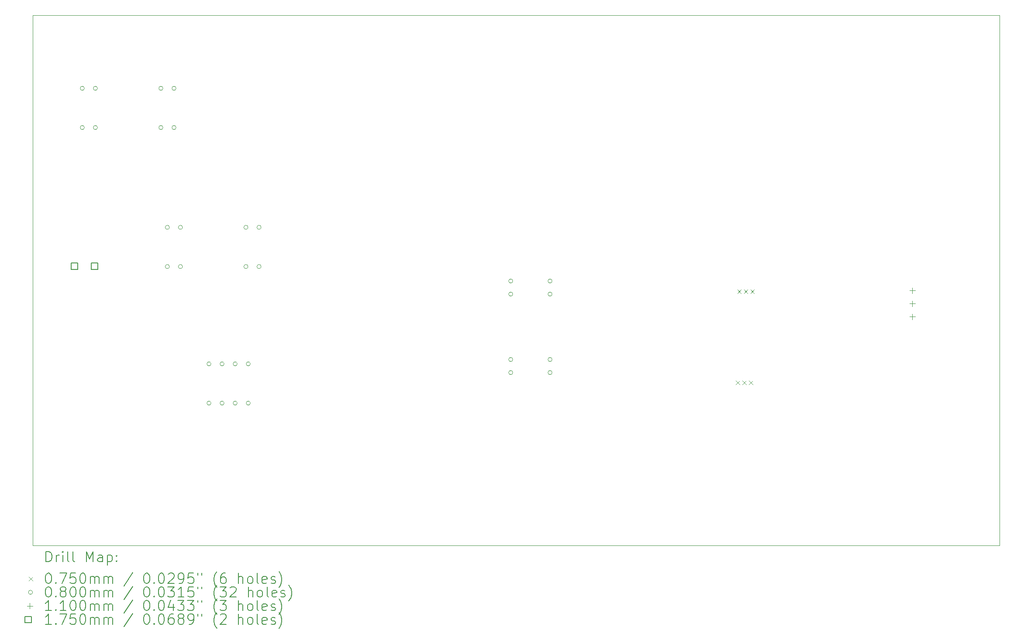
<source format=gbr>
%TF.GenerationSoftware,KiCad,Pcbnew,8.0.8*%
%TF.CreationDate,2026-01-13T22:52:51+05:30*%
%TF.ProjectId,pre audio amplifier,70726520-6175-4646-996f-20616d706c69,rev?*%
%TF.SameCoordinates,Original*%
%TF.FileFunction,Drillmap*%
%TF.FilePolarity,Positive*%
%FSLAX45Y45*%
G04 Gerber Fmt 4.5, Leading zero omitted, Abs format (unit mm)*
G04 Created by KiCad (PCBNEW 8.0.8) date 2026-01-13 22:52:51*
%MOMM*%
%LPD*%
G01*
G04 APERTURE LIST*
%ADD10C,0.050000*%
%ADD11C,0.200000*%
%ADD12C,0.100000*%
%ADD13C,0.110000*%
%ADD14C,0.175000*%
G04 APERTURE END LIST*
D10*
X1850000Y-4350000D02*
X20600000Y-4350000D01*
X20600000Y-14650000D01*
X1850000Y-14650000D01*
X1850000Y-4350000D01*
D11*
D12*
X15485500Y-11448500D02*
X15560500Y-11523500D01*
X15560500Y-11448500D02*
X15485500Y-11523500D01*
X15512500Y-9676500D02*
X15587500Y-9751500D01*
X15587500Y-9676500D02*
X15512500Y-9751500D01*
X15612500Y-11448500D02*
X15687500Y-11523500D01*
X15687500Y-11448500D02*
X15612500Y-11523500D01*
X15639500Y-9676500D02*
X15714500Y-9751500D01*
X15714500Y-9676500D02*
X15639500Y-9751500D01*
X15739500Y-11448500D02*
X15814500Y-11523500D01*
X15814500Y-11448500D02*
X15739500Y-11523500D01*
X15766500Y-9676500D02*
X15841500Y-9751500D01*
X15841500Y-9676500D02*
X15766500Y-9751500D01*
X2851000Y-5769000D02*
G75*
G02*
X2771000Y-5769000I-40000J0D01*
G01*
X2771000Y-5769000D02*
G75*
G02*
X2851000Y-5769000I40000J0D01*
G01*
X2851000Y-6531000D02*
G75*
G02*
X2771000Y-6531000I-40000J0D01*
G01*
X2771000Y-6531000D02*
G75*
G02*
X2851000Y-6531000I40000J0D01*
G01*
X3105000Y-5769000D02*
G75*
G02*
X3025000Y-5769000I-40000J0D01*
G01*
X3025000Y-5769000D02*
G75*
G02*
X3105000Y-5769000I40000J0D01*
G01*
X3105000Y-6531000D02*
G75*
G02*
X3025000Y-6531000I-40000J0D01*
G01*
X3025000Y-6531000D02*
G75*
G02*
X3105000Y-6531000I40000J0D01*
G01*
X4375000Y-5769000D02*
G75*
G02*
X4295000Y-5769000I-40000J0D01*
G01*
X4295000Y-5769000D02*
G75*
G02*
X4375000Y-5769000I40000J0D01*
G01*
X4375000Y-6531000D02*
G75*
G02*
X4295000Y-6531000I-40000J0D01*
G01*
X4295000Y-6531000D02*
G75*
G02*
X4375000Y-6531000I40000J0D01*
G01*
X4501000Y-8469000D02*
G75*
G02*
X4421000Y-8469000I-40000J0D01*
G01*
X4421000Y-8469000D02*
G75*
G02*
X4501000Y-8469000I40000J0D01*
G01*
X4501000Y-9231000D02*
G75*
G02*
X4421000Y-9231000I-40000J0D01*
G01*
X4421000Y-9231000D02*
G75*
G02*
X4501000Y-9231000I40000J0D01*
G01*
X4629000Y-5769000D02*
G75*
G02*
X4549000Y-5769000I-40000J0D01*
G01*
X4549000Y-5769000D02*
G75*
G02*
X4629000Y-5769000I40000J0D01*
G01*
X4629000Y-6531000D02*
G75*
G02*
X4549000Y-6531000I-40000J0D01*
G01*
X4549000Y-6531000D02*
G75*
G02*
X4629000Y-6531000I40000J0D01*
G01*
X4755000Y-8469000D02*
G75*
G02*
X4675000Y-8469000I-40000J0D01*
G01*
X4675000Y-8469000D02*
G75*
G02*
X4755000Y-8469000I40000J0D01*
G01*
X4755000Y-9231000D02*
G75*
G02*
X4675000Y-9231000I-40000J0D01*
G01*
X4675000Y-9231000D02*
G75*
G02*
X4755000Y-9231000I40000J0D01*
G01*
X5308000Y-11120000D02*
G75*
G02*
X5228000Y-11120000I-40000J0D01*
G01*
X5228000Y-11120000D02*
G75*
G02*
X5308000Y-11120000I40000J0D01*
G01*
X5308000Y-11882000D02*
G75*
G02*
X5228000Y-11882000I-40000J0D01*
G01*
X5228000Y-11882000D02*
G75*
G02*
X5308000Y-11882000I40000J0D01*
G01*
X5562000Y-11120000D02*
G75*
G02*
X5482000Y-11120000I-40000J0D01*
G01*
X5482000Y-11120000D02*
G75*
G02*
X5562000Y-11120000I40000J0D01*
G01*
X5562000Y-11882000D02*
G75*
G02*
X5482000Y-11882000I-40000J0D01*
G01*
X5482000Y-11882000D02*
G75*
G02*
X5562000Y-11882000I40000J0D01*
G01*
X5816000Y-11120000D02*
G75*
G02*
X5736000Y-11120000I-40000J0D01*
G01*
X5736000Y-11120000D02*
G75*
G02*
X5816000Y-11120000I40000J0D01*
G01*
X5816000Y-11882000D02*
G75*
G02*
X5736000Y-11882000I-40000J0D01*
G01*
X5736000Y-11882000D02*
G75*
G02*
X5816000Y-11882000I40000J0D01*
G01*
X6025000Y-8469000D02*
G75*
G02*
X5945000Y-8469000I-40000J0D01*
G01*
X5945000Y-8469000D02*
G75*
G02*
X6025000Y-8469000I40000J0D01*
G01*
X6025000Y-9231000D02*
G75*
G02*
X5945000Y-9231000I-40000J0D01*
G01*
X5945000Y-9231000D02*
G75*
G02*
X6025000Y-9231000I40000J0D01*
G01*
X6070000Y-11120000D02*
G75*
G02*
X5990000Y-11120000I-40000J0D01*
G01*
X5990000Y-11120000D02*
G75*
G02*
X6070000Y-11120000I40000J0D01*
G01*
X6070000Y-11882000D02*
G75*
G02*
X5990000Y-11882000I-40000J0D01*
G01*
X5990000Y-11882000D02*
G75*
G02*
X6070000Y-11882000I40000J0D01*
G01*
X6279000Y-8469000D02*
G75*
G02*
X6199000Y-8469000I-40000J0D01*
G01*
X6199000Y-8469000D02*
G75*
G02*
X6279000Y-8469000I40000J0D01*
G01*
X6279000Y-9231000D02*
G75*
G02*
X6199000Y-9231000I-40000J0D01*
G01*
X6199000Y-9231000D02*
G75*
G02*
X6279000Y-9231000I40000J0D01*
G01*
X11159500Y-9511000D02*
G75*
G02*
X11079500Y-9511000I-40000J0D01*
G01*
X11079500Y-9511000D02*
G75*
G02*
X11159500Y-9511000I40000J0D01*
G01*
X11159500Y-9765000D02*
G75*
G02*
X11079500Y-9765000I-40000J0D01*
G01*
X11079500Y-9765000D02*
G75*
G02*
X11159500Y-9765000I40000J0D01*
G01*
X11159500Y-11035000D02*
G75*
G02*
X11079500Y-11035000I-40000J0D01*
G01*
X11079500Y-11035000D02*
G75*
G02*
X11159500Y-11035000I40000J0D01*
G01*
X11159500Y-11289000D02*
G75*
G02*
X11079500Y-11289000I-40000J0D01*
G01*
X11079500Y-11289000D02*
G75*
G02*
X11159500Y-11289000I40000J0D01*
G01*
X11921500Y-9511000D02*
G75*
G02*
X11841500Y-9511000I-40000J0D01*
G01*
X11841500Y-9511000D02*
G75*
G02*
X11921500Y-9511000I40000J0D01*
G01*
X11921500Y-9765000D02*
G75*
G02*
X11841500Y-9765000I-40000J0D01*
G01*
X11841500Y-9765000D02*
G75*
G02*
X11921500Y-9765000I40000J0D01*
G01*
X11921500Y-11035000D02*
G75*
G02*
X11841500Y-11035000I-40000J0D01*
G01*
X11841500Y-11035000D02*
G75*
G02*
X11921500Y-11035000I40000J0D01*
G01*
X11921500Y-11289000D02*
G75*
G02*
X11841500Y-11289000I-40000J0D01*
G01*
X11841500Y-11289000D02*
G75*
G02*
X11921500Y-11289000I40000J0D01*
G01*
D13*
X18905500Y-9641000D02*
X18905500Y-9751000D01*
X18850500Y-9696000D02*
X18960500Y-9696000D01*
X18905500Y-9895000D02*
X18905500Y-10005000D01*
X18850500Y-9950000D02*
X18960500Y-9950000D01*
X18905500Y-10149000D02*
X18905500Y-10259000D01*
X18850500Y-10204000D02*
X18960500Y-10204000D01*
D14*
X2721122Y-9286872D02*
X2721122Y-9163128D01*
X2597378Y-9163128D01*
X2597378Y-9286872D01*
X2721122Y-9286872D01*
X3109122Y-9286872D02*
X3109122Y-9163128D01*
X2985378Y-9163128D01*
X2985378Y-9286872D01*
X3109122Y-9286872D01*
D11*
X2108277Y-14963984D02*
X2108277Y-14763984D01*
X2108277Y-14763984D02*
X2155896Y-14763984D01*
X2155896Y-14763984D02*
X2184467Y-14773508D01*
X2184467Y-14773508D02*
X2203515Y-14792555D01*
X2203515Y-14792555D02*
X2213039Y-14811603D01*
X2213039Y-14811603D02*
X2222563Y-14849698D01*
X2222563Y-14849698D02*
X2222563Y-14878269D01*
X2222563Y-14878269D02*
X2213039Y-14916365D01*
X2213039Y-14916365D02*
X2203515Y-14935412D01*
X2203515Y-14935412D02*
X2184467Y-14954460D01*
X2184467Y-14954460D02*
X2155896Y-14963984D01*
X2155896Y-14963984D02*
X2108277Y-14963984D01*
X2308277Y-14963984D02*
X2308277Y-14830650D01*
X2308277Y-14868746D02*
X2317801Y-14849698D01*
X2317801Y-14849698D02*
X2327324Y-14840174D01*
X2327324Y-14840174D02*
X2346372Y-14830650D01*
X2346372Y-14830650D02*
X2365420Y-14830650D01*
X2432086Y-14963984D02*
X2432086Y-14830650D01*
X2432086Y-14763984D02*
X2422563Y-14773508D01*
X2422563Y-14773508D02*
X2432086Y-14783031D01*
X2432086Y-14783031D02*
X2441610Y-14773508D01*
X2441610Y-14773508D02*
X2432086Y-14763984D01*
X2432086Y-14763984D02*
X2432086Y-14783031D01*
X2555896Y-14963984D02*
X2536848Y-14954460D01*
X2536848Y-14954460D02*
X2527324Y-14935412D01*
X2527324Y-14935412D02*
X2527324Y-14763984D01*
X2660658Y-14963984D02*
X2641610Y-14954460D01*
X2641610Y-14954460D02*
X2632086Y-14935412D01*
X2632086Y-14935412D02*
X2632086Y-14763984D01*
X2889229Y-14963984D02*
X2889229Y-14763984D01*
X2889229Y-14763984D02*
X2955896Y-14906841D01*
X2955896Y-14906841D02*
X3022562Y-14763984D01*
X3022562Y-14763984D02*
X3022562Y-14963984D01*
X3203515Y-14963984D02*
X3203515Y-14859222D01*
X3203515Y-14859222D02*
X3193991Y-14840174D01*
X3193991Y-14840174D02*
X3174943Y-14830650D01*
X3174943Y-14830650D02*
X3136848Y-14830650D01*
X3136848Y-14830650D02*
X3117801Y-14840174D01*
X3203515Y-14954460D02*
X3184467Y-14963984D01*
X3184467Y-14963984D02*
X3136848Y-14963984D01*
X3136848Y-14963984D02*
X3117801Y-14954460D01*
X3117801Y-14954460D02*
X3108277Y-14935412D01*
X3108277Y-14935412D02*
X3108277Y-14916365D01*
X3108277Y-14916365D02*
X3117801Y-14897317D01*
X3117801Y-14897317D02*
X3136848Y-14887793D01*
X3136848Y-14887793D02*
X3184467Y-14887793D01*
X3184467Y-14887793D02*
X3203515Y-14878269D01*
X3298753Y-14830650D02*
X3298753Y-15030650D01*
X3298753Y-14840174D02*
X3317801Y-14830650D01*
X3317801Y-14830650D02*
X3355896Y-14830650D01*
X3355896Y-14830650D02*
X3374943Y-14840174D01*
X3374943Y-14840174D02*
X3384467Y-14849698D01*
X3384467Y-14849698D02*
X3393991Y-14868746D01*
X3393991Y-14868746D02*
X3393991Y-14925888D01*
X3393991Y-14925888D02*
X3384467Y-14944936D01*
X3384467Y-14944936D02*
X3374943Y-14954460D01*
X3374943Y-14954460D02*
X3355896Y-14963984D01*
X3355896Y-14963984D02*
X3317801Y-14963984D01*
X3317801Y-14963984D02*
X3298753Y-14954460D01*
X3479705Y-14944936D02*
X3489229Y-14954460D01*
X3489229Y-14954460D02*
X3479705Y-14963984D01*
X3479705Y-14963984D02*
X3470182Y-14954460D01*
X3470182Y-14954460D02*
X3479705Y-14944936D01*
X3479705Y-14944936D02*
X3479705Y-14963984D01*
X3479705Y-14840174D02*
X3489229Y-14849698D01*
X3489229Y-14849698D02*
X3479705Y-14859222D01*
X3479705Y-14859222D02*
X3470182Y-14849698D01*
X3470182Y-14849698D02*
X3479705Y-14840174D01*
X3479705Y-14840174D02*
X3479705Y-14859222D01*
D12*
X1772500Y-15255000D02*
X1847500Y-15330000D01*
X1847500Y-15255000D02*
X1772500Y-15330000D01*
D11*
X2146372Y-15183984D02*
X2165420Y-15183984D01*
X2165420Y-15183984D02*
X2184467Y-15193508D01*
X2184467Y-15193508D02*
X2193991Y-15203031D01*
X2193991Y-15203031D02*
X2203515Y-15222079D01*
X2203515Y-15222079D02*
X2213039Y-15260174D01*
X2213039Y-15260174D02*
X2213039Y-15307793D01*
X2213039Y-15307793D02*
X2203515Y-15345888D01*
X2203515Y-15345888D02*
X2193991Y-15364936D01*
X2193991Y-15364936D02*
X2184467Y-15374460D01*
X2184467Y-15374460D02*
X2165420Y-15383984D01*
X2165420Y-15383984D02*
X2146372Y-15383984D01*
X2146372Y-15383984D02*
X2127324Y-15374460D01*
X2127324Y-15374460D02*
X2117801Y-15364936D01*
X2117801Y-15364936D02*
X2108277Y-15345888D01*
X2108277Y-15345888D02*
X2098753Y-15307793D01*
X2098753Y-15307793D02*
X2098753Y-15260174D01*
X2098753Y-15260174D02*
X2108277Y-15222079D01*
X2108277Y-15222079D02*
X2117801Y-15203031D01*
X2117801Y-15203031D02*
X2127324Y-15193508D01*
X2127324Y-15193508D02*
X2146372Y-15183984D01*
X2298753Y-15364936D02*
X2308277Y-15374460D01*
X2308277Y-15374460D02*
X2298753Y-15383984D01*
X2298753Y-15383984D02*
X2289229Y-15374460D01*
X2289229Y-15374460D02*
X2298753Y-15364936D01*
X2298753Y-15364936D02*
X2298753Y-15383984D01*
X2374944Y-15183984D02*
X2508277Y-15183984D01*
X2508277Y-15183984D02*
X2422563Y-15383984D01*
X2679705Y-15183984D02*
X2584467Y-15183984D01*
X2584467Y-15183984D02*
X2574944Y-15279222D01*
X2574944Y-15279222D02*
X2584467Y-15269698D01*
X2584467Y-15269698D02*
X2603515Y-15260174D01*
X2603515Y-15260174D02*
X2651134Y-15260174D01*
X2651134Y-15260174D02*
X2670182Y-15269698D01*
X2670182Y-15269698D02*
X2679705Y-15279222D01*
X2679705Y-15279222D02*
X2689229Y-15298269D01*
X2689229Y-15298269D02*
X2689229Y-15345888D01*
X2689229Y-15345888D02*
X2679705Y-15364936D01*
X2679705Y-15364936D02*
X2670182Y-15374460D01*
X2670182Y-15374460D02*
X2651134Y-15383984D01*
X2651134Y-15383984D02*
X2603515Y-15383984D01*
X2603515Y-15383984D02*
X2584467Y-15374460D01*
X2584467Y-15374460D02*
X2574944Y-15364936D01*
X2813039Y-15183984D02*
X2832086Y-15183984D01*
X2832086Y-15183984D02*
X2851134Y-15193508D01*
X2851134Y-15193508D02*
X2860658Y-15203031D01*
X2860658Y-15203031D02*
X2870182Y-15222079D01*
X2870182Y-15222079D02*
X2879705Y-15260174D01*
X2879705Y-15260174D02*
X2879705Y-15307793D01*
X2879705Y-15307793D02*
X2870182Y-15345888D01*
X2870182Y-15345888D02*
X2860658Y-15364936D01*
X2860658Y-15364936D02*
X2851134Y-15374460D01*
X2851134Y-15374460D02*
X2832086Y-15383984D01*
X2832086Y-15383984D02*
X2813039Y-15383984D01*
X2813039Y-15383984D02*
X2793991Y-15374460D01*
X2793991Y-15374460D02*
X2784467Y-15364936D01*
X2784467Y-15364936D02*
X2774944Y-15345888D01*
X2774944Y-15345888D02*
X2765420Y-15307793D01*
X2765420Y-15307793D02*
X2765420Y-15260174D01*
X2765420Y-15260174D02*
X2774944Y-15222079D01*
X2774944Y-15222079D02*
X2784467Y-15203031D01*
X2784467Y-15203031D02*
X2793991Y-15193508D01*
X2793991Y-15193508D02*
X2813039Y-15183984D01*
X2965420Y-15383984D02*
X2965420Y-15250650D01*
X2965420Y-15269698D02*
X2974943Y-15260174D01*
X2974943Y-15260174D02*
X2993991Y-15250650D01*
X2993991Y-15250650D02*
X3022563Y-15250650D01*
X3022563Y-15250650D02*
X3041610Y-15260174D01*
X3041610Y-15260174D02*
X3051134Y-15279222D01*
X3051134Y-15279222D02*
X3051134Y-15383984D01*
X3051134Y-15279222D02*
X3060658Y-15260174D01*
X3060658Y-15260174D02*
X3079705Y-15250650D01*
X3079705Y-15250650D02*
X3108277Y-15250650D01*
X3108277Y-15250650D02*
X3127324Y-15260174D01*
X3127324Y-15260174D02*
X3136848Y-15279222D01*
X3136848Y-15279222D02*
X3136848Y-15383984D01*
X3232086Y-15383984D02*
X3232086Y-15250650D01*
X3232086Y-15269698D02*
X3241610Y-15260174D01*
X3241610Y-15260174D02*
X3260658Y-15250650D01*
X3260658Y-15250650D02*
X3289229Y-15250650D01*
X3289229Y-15250650D02*
X3308277Y-15260174D01*
X3308277Y-15260174D02*
X3317801Y-15279222D01*
X3317801Y-15279222D02*
X3317801Y-15383984D01*
X3317801Y-15279222D02*
X3327324Y-15260174D01*
X3327324Y-15260174D02*
X3346372Y-15250650D01*
X3346372Y-15250650D02*
X3374943Y-15250650D01*
X3374943Y-15250650D02*
X3393991Y-15260174D01*
X3393991Y-15260174D02*
X3403515Y-15279222D01*
X3403515Y-15279222D02*
X3403515Y-15383984D01*
X3793991Y-15174460D02*
X3622563Y-15431603D01*
X4051134Y-15183984D02*
X4070182Y-15183984D01*
X4070182Y-15183984D02*
X4089229Y-15193508D01*
X4089229Y-15193508D02*
X4098753Y-15203031D01*
X4098753Y-15203031D02*
X4108277Y-15222079D01*
X4108277Y-15222079D02*
X4117801Y-15260174D01*
X4117801Y-15260174D02*
X4117801Y-15307793D01*
X4117801Y-15307793D02*
X4108277Y-15345888D01*
X4108277Y-15345888D02*
X4098753Y-15364936D01*
X4098753Y-15364936D02*
X4089229Y-15374460D01*
X4089229Y-15374460D02*
X4070182Y-15383984D01*
X4070182Y-15383984D02*
X4051134Y-15383984D01*
X4051134Y-15383984D02*
X4032086Y-15374460D01*
X4032086Y-15374460D02*
X4022563Y-15364936D01*
X4022563Y-15364936D02*
X4013039Y-15345888D01*
X4013039Y-15345888D02*
X4003515Y-15307793D01*
X4003515Y-15307793D02*
X4003515Y-15260174D01*
X4003515Y-15260174D02*
X4013039Y-15222079D01*
X4013039Y-15222079D02*
X4022563Y-15203031D01*
X4022563Y-15203031D02*
X4032086Y-15193508D01*
X4032086Y-15193508D02*
X4051134Y-15183984D01*
X4203515Y-15364936D02*
X4213039Y-15374460D01*
X4213039Y-15374460D02*
X4203515Y-15383984D01*
X4203515Y-15383984D02*
X4193991Y-15374460D01*
X4193991Y-15374460D02*
X4203515Y-15364936D01*
X4203515Y-15364936D02*
X4203515Y-15383984D01*
X4336848Y-15183984D02*
X4355896Y-15183984D01*
X4355896Y-15183984D02*
X4374944Y-15193508D01*
X4374944Y-15193508D02*
X4384468Y-15203031D01*
X4384468Y-15203031D02*
X4393991Y-15222079D01*
X4393991Y-15222079D02*
X4403515Y-15260174D01*
X4403515Y-15260174D02*
X4403515Y-15307793D01*
X4403515Y-15307793D02*
X4393991Y-15345888D01*
X4393991Y-15345888D02*
X4384468Y-15364936D01*
X4384468Y-15364936D02*
X4374944Y-15374460D01*
X4374944Y-15374460D02*
X4355896Y-15383984D01*
X4355896Y-15383984D02*
X4336848Y-15383984D01*
X4336848Y-15383984D02*
X4317801Y-15374460D01*
X4317801Y-15374460D02*
X4308277Y-15364936D01*
X4308277Y-15364936D02*
X4298753Y-15345888D01*
X4298753Y-15345888D02*
X4289229Y-15307793D01*
X4289229Y-15307793D02*
X4289229Y-15260174D01*
X4289229Y-15260174D02*
X4298753Y-15222079D01*
X4298753Y-15222079D02*
X4308277Y-15203031D01*
X4308277Y-15203031D02*
X4317801Y-15193508D01*
X4317801Y-15193508D02*
X4336848Y-15183984D01*
X4479706Y-15203031D02*
X4489229Y-15193508D01*
X4489229Y-15193508D02*
X4508277Y-15183984D01*
X4508277Y-15183984D02*
X4555896Y-15183984D01*
X4555896Y-15183984D02*
X4574944Y-15193508D01*
X4574944Y-15193508D02*
X4584468Y-15203031D01*
X4584468Y-15203031D02*
X4593991Y-15222079D01*
X4593991Y-15222079D02*
X4593991Y-15241127D01*
X4593991Y-15241127D02*
X4584468Y-15269698D01*
X4584468Y-15269698D02*
X4470182Y-15383984D01*
X4470182Y-15383984D02*
X4593991Y-15383984D01*
X4689229Y-15383984D02*
X4727325Y-15383984D01*
X4727325Y-15383984D02*
X4746372Y-15374460D01*
X4746372Y-15374460D02*
X4755896Y-15364936D01*
X4755896Y-15364936D02*
X4774944Y-15336365D01*
X4774944Y-15336365D02*
X4784468Y-15298269D01*
X4784468Y-15298269D02*
X4784468Y-15222079D01*
X4784468Y-15222079D02*
X4774944Y-15203031D01*
X4774944Y-15203031D02*
X4765420Y-15193508D01*
X4765420Y-15193508D02*
X4746372Y-15183984D01*
X4746372Y-15183984D02*
X4708277Y-15183984D01*
X4708277Y-15183984D02*
X4689229Y-15193508D01*
X4689229Y-15193508D02*
X4679706Y-15203031D01*
X4679706Y-15203031D02*
X4670182Y-15222079D01*
X4670182Y-15222079D02*
X4670182Y-15269698D01*
X4670182Y-15269698D02*
X4679706Y-15288746D01*
X4679706Y-15288746D02*
X4689229Y-15298269D01*
X4689229Y-15298269D02*
X4708277Y-15307793D01*
X4708277Y-15307793D02*
X4746372Y-15307793D01*
X4746372Y-15307793D02*
X4765420Y-15298269D01*
X4765420Y-15298269D02*
X4774944Y-15288746D01*
X4774944Y-15288746D02*
X4784468Y-15269698D01*
X4965420Y-15183984D02*
X4870182Y-15183984D01*
X4870182Y-15183984D02*
X4860658Y-15279222D01*
X4860658Y-15279222D02*
X4870182Y-15269698D01*
X4870182Y-15269698D02*
X4889229Y-15260174D01*
X4889229Y-15260174D02*
X4936849Y-15260174D01*
X4936849Y-15260174D02*
X4955896Y-15269698D01*
X4955896Y-15269698D02*
X4965420Y-15279222D01*
X4965420Y-15279222D02*
X4974944Y-15298269D01*
X4974944Y-15298269D02*
X4974944Y-15345888D01*
X4974944Y-15345888D02*
X4965420Y-15364936D01*
X4965420Y-15364936D02*
X4955896Y-15374460D01*
X4955896Y-15374460D02*
X4936849Y-15383984D01*
X4936849Y-15383984D02*
X4889229Y-15383984D01*
X4889229Y-15383984D02*
X4870182Y-15374460D01*
X4870182Y-15374460D02*
X4860658Y-15364936D01*
X5051134Y-15183984D02*
X5051134Y-15222079D01*
X5127325Y-15183984D02*
X5127325Y-15222079D01*
X5422563Y-15460174D02*
X5413039Y-15450650D01*
X5413039Y-15450650D02*
X5393991Y-15422079D01*
X5393991Y-15422079D02*
X5384468Y-15403031D01*
X5384468Y-15403031D02*
X5374944Y-15374460D01*
X5374944Y-15374460D02*
X5365420Y-15326841D01*
X5365420Y-15326841D02*
X5365420Y-15288746D01*
X5365420Y-15288746D02*
X5374944Y-15241127D01*
X5374944Y-15241127D02*
X5384468Y-15212555D01*
X5384468Y-15212555D02*
X5393991Y-15193508D01*
X5393991Y-15193508D02*
X5413039Y-15164936D01*
X5413039Y-15164936D02*
X5422563Y-15155412D01*
X5584468Y-15183984D02*
X5546372Y-15183984D01*
X5546372Y-15183984D02*
X5527325Y-15193508D01*
X5527325Y-15193508D02*
X5517801Y-15203031D01*
X5517801Y-15203031D02*
X5498753Y-15231603D01*
X5498753Y-15231603D02*
X5489230Y-15269698D01*
X5489230Y-15269698D02*
X5489230Y-15345888D01*
X5489230Y-15345888D02*
X5498753Y-15364936D01*
X5498753Y-15364936D02*
X5508277Y-15374460D01*
X5508277Y-15374460D02*
X5527325Y-15383984D01*
X5527325Y-15383984D02*
X5565420Y-15383984D01*
X5565420Y-15383984D02*
X5584468Y-15374460D01*
X5584468Y-15374460D02*
X5593991Y-15364936D01*
X5593991Y-15364936D02*
X5603515Y-15345888D01*
X5603515Y-15345888D02*
X5603515Y-15298269D01*
X5603515Y-15298269D02*
X5593991Y-15279222D01*
X5593991Y-15279222D02*
X5584468Y-15269698D01*
X5584468Y-15269698D02*
X5565420Y-15260174D01*
X5565420Y-15260174D02*
X5527325Y-15260174D01*
X5527325Y-15260174D02*
X5508277Y-15269698D01*
X5508277Y-15269698D02*
X5498753Y-15279222D01*
X5498753Y-15279222D02*
X5489230Y-15298269D01*
X5841610Y-15383984D02*
X5841610Y-15183984D01*
X5927325Y-15383984D02*
X5927325Y-15279222D01*
X5927325Y-15279222D02*
X5917801Y-15260174D01*
X5917801Y-15260174D02*
X5898753Y-15250650D01*
X5898753Y-15250650D02*
X5870182Y-15250650D01*
X5870182Y-15250650D02*
X5851134Y-15260174D01*
X5851134Y-15260174D02*
X5841610Y-15269698D01*
X6051134Y-15383984D02*
X6032087Y-15374460D01*
X6032087Y-15374460D02*
X6022563Y-15364936D01*
X6022563Y-15364936D02*
X6013039Y-15345888D01*
X6013039Y-15345888D02*
X6013039Y-15288746D01*
X6013039Y-15288746D02*
X6022563Y-15269698D01*
X6022563Y-15269698D02*
X6032087Y-15260174D01*
X6032087Y-15260174D02*
X6051134Y-15250650D01*
X6051134Y-15250650D02*
X6079706Y-15250650D01*
X6079706Y-15250650D02*
X6098753Y-15260174D01*
X6098753Y-15260174D02*
X6108277Y-15269698D01*
X6108277Y-15269698D02*
X6117801Y-15288746D01*
X6117801Y-15288746D02*
X6117801Y-15345888D01*
X6117801Y-15345888D02*
X6108277Y-15364936D01*
X6108277Y-15364936D02*
X6098753Y-15374460D01*
X6098753Y-15374460D02*
X6079706Y-15383984D01*
X6079706Y-15383984D02*
X6051134Y-15383984D01*
X6232087Y-15383984D02*
X6213039Y-15374460D01*
X6213039Y-15374460D02*
X6203515Y-15355412D01*
X6203515Y-15355412D02*
X6203515Y-15183984D01*
X6384468Y-15374460D02*
X6365420Y-15383984D01*
X6365420Y-15383984D02*
X6327325Y-15383984D01*
X6327325Y-15383984D02*
X6308277Y-15374460D01*
X6308277Y-15374460D02*
X6298753Y-15355412D01*
X6298753Y-15355412D02*
X6298753Y-15279222D01*
X6298753Y-15279222D02*
X6308277Y-15260174D01*
X6308277Y-15260174D02*
X6327325Y-15250650D01*
X6327325Y-15250650D02*
X6365420Y-15250650D01*
X6365420Y-15250650D02*
X6384468Y-15260174D01*
X6384468Y-15260174D02*
X6393991Y-15279222D01*
X6393991Y-15279222D02*
X6393991Y-15298269D01*
X6393991Y-15298269D02*
X6298753Y-15317317D01*
X6470182Y-15374460D02*
X6489230Y-15383984D01*
X6489230Y-15383984D02*
X6527325Y-15383984D01*
X6527325Y-15383984D02*
X6546372Y-15374460D01*
X6546372Y-15374460D02*
X6555896Y-15355412D01*
X6555896Y-15355412D02*
X6555896Y-15345888D01*
X6555896Y-15345888D02*
X6546372Y-15326841D01*
X6546372Y-15326841D02*
X6527325Y-15317317D01*
X6527325Y-15317317D02*
X6498753Y-15317317D01*
X6498753Y-15317317D02*
X6479706Y-15307793D01*
X6479706Y-15307793D02*
X6470182Y-15288746D01*
X6470182Y-15288746D02*
X6470182Y-15279222D01*
X6470182Y-15279222D02*
X6479706Y-15260174D01*
X6479706Y-15260174D02*
X6498753Y-15250650D01*
X6498753Y-15250650D02*
X6527325Y-15250650D01*
X6527325Y-15250650D02*
X6546372Y-15260174D01*
X6622563Y-15460174D02*
X6632087Y-15450650D01*
X6632087Y-15450650D02*
X6651134Y-15422079D01*
X6651134Y-15422079D02*
X6660658Y-15403031D01*
X6660658Y-15403031D02*
X6670182Y-15374460D01*
X6670182Y-15374460D02*
X6679706Y-15326841D01*
X6679706Y-15326841D02*
X6679706Y-15288746D01*
X6679706Y-15288746D02*
X6670182Y-15241127D01*
X6670182Y-15241127D02*
X6660658Y-15212555D01*
X6660658Y-15212555D02*
X6651134Y-15193508D01*
X6651134Y-15193508D02*
X6632087Y-15164936D01*
X6632087Y-15164936D02*
X6622563Y-15155412D01*
D12*
X1847500Y-15556500D02*
G75*
G02*
X1767500Y-15556500I-40000J0D01*
G01*
X1767500Y-15556500D02*
G75*
G02*
X1847500Y-15556500I40000J0D01*
G01*
D11*
X2146372Y-15447984D02*
X2165420Y-15447984D01*
X2165420Y-15447984D02*
X2184467Y-15457508D01*
X2184467Y-15457508D02*
X2193991Y-15467031D01*
X2193991Y-15467031D02*
X2203515Y-15486079D01*
X2203515Y-15486079D02*
X2213039Y-15524174D01*
X2213039Y-15524174D02*
X2213039Y-15571793D01*
X2213039Y-15571793D02*
X2203515Y-15609888D01*
X2203515Y-15609888D02*
X2193991Y-15628936D01*
X2193991Y-15628936D02*
X2184467Y-15638460D01*
X2184467Y-15638460D02*
X2165420Y-15647984D01*
X2165420Y-15647984D02*
X2146372Y-15647984D01*
X2146372Y-15647984D02*
X2127324Y-15638460D01*
X2127324Y-15638460D02*
X2117801Y-15628936D01*
X2117801Y-15628936D02*
X2108277Y-15609888D01*
X2108277Y-15609888D02*
X2098753Y-15571793D01*
X2098753Y-15571793D02*
X2098753Y-15524174D01*
X2098753Y-15524174D02*
X2108277Y-15486079D01*
X2108277Y-15486079D02*
X2117801Y-15467031D01*
X2117801Y-15467031D02*
X2127324Y-15457508D01*
X2127324Y-15457508D02*
X2146372Y-15447984D01*
X2298753Y-15628936D02*
X2308277Y-15638460D01*
X2308277Y-15638460D02*
X2298753Y-15647984D01*
X2298753Y-15647984D02*
X2289229Y-15638460D01*
X2289229Y-15638460D02*
X2298753Y-15628936D01*
X2298753Y-15628936D02*
X2298753Y-15647984D01*
X2422563Y-15533698D02*
X2403515Y-15524174D01*
X2403515Y-15524174D02*
X2393991Y-15514650D01*
X2393991Y-15514650D02*
X2384467Y-15495603D01*
X2384467Y-15495603D02*
X2384467Y-15486079D01*
X2384467Y-15486079D02*
X2393991Y-15467031D01*
X2393991Y-15467031D02*
X2403515Y-15457508D01*
X2403515Y-15457508D02*
X2422563Y-15447984D01*
X2422563Y-15447984D02*
X2460658Y-15447984D01*
X2460658Y-15447984D02*
X2479705Y-15457508D01*
X2479705Y-15457508D02*
X2489229Y-15467031D01*
X2489229Y-15467031D02*
X2498753Y-15486079D01*
X2498753Y-15486079D02*
X2498753Y-15495603D01*
X2498753Y-15495603D02*
X2489229Y-15514650D01*
X2489229Y-15514650D02*
X2479705Y-15524174D01*
X2479705Y-15524174D02*
X2460658Y-15533698D01*
X2460658Y-15533698D02*
X2422563Y-15533698D01*
X2422563Y-15533698D02*
X2403515Y-15543222D01*
X2403515Y-15543222D02*
X2393991Y-15552746D01*
X2393991Y-15552746D02*
X2384467Y-15571793D01*
X2384467Y-15571793D02*
X2384467Y-15609888D01*
X2384467Y-15609888D02*
X2393991Y-15628936D01*
X2393991Y-15628936D02*
X2403515Y-15638460D01*
X2403515Y-15638460D02*
X2422563Y-15647984D01*
X2422563Y-15647984D02*
X2460658Y-15647984D01*
X2460658Y-15647984D02*
X2479705Y-15638460D01*
X2479705Y-15638460D02*
X2489229Y-15628936D01*
X2489229Y-15628936D02*
X2498753Y-15609888D01*
X2498753Y-15609888D02*
X2498753Y-15571793D01*
X2498753Y-15571793D02*
X2489229Y-15552746D01*
X2489229Y-15552746D02*
X2479705Y-15543222D01*
X2479705Y-15543222D02*
X2460658Y-15533698D01*
X2622563Y-15447984D02*
X2641610Y-15447984D01*
X2641610Y-15447984D02*
X2660658Y-15457508D01*
X2660658Y-15457508D02*
X2670182Y-15467031D01*
X2670182Y-15467031D02*
X2679705Y-15486079D01*
X2679705Y-15486079D02*
X2689229Y-15524174D01*
X2689229Y-15524174D02*
X2689229Y-15571793D01*
X2689229Y-15571793D02*
X2679705Y-15609888D01*
X2679705Y-15609888D02*
X2670182Y-15628936D01*
X2670182Y-15628936D02*
X2660658Y-15638460D01*
X2660658Y-15638460D02*
X2641610Y-15647984D01*
X2641610Y-15647984D02*
X2622563Y-15647984D01*
X2622563Y-15647984D02*
X2603515Y-15638460D01*
X2603515Y-15638460D02*
X2593991Y-15628936D01*
X2593991Y-15628936D02*
X2584467Y-15609888D01*
X2584467Y-15609888D02*
X2574944Y-15571793D01*
X2574944Y-15571793D02*
X2574944Y-15524174D01*
X2574944Y-15524174D02*
X2584467Y-15486079D01*
X2584467Y-15486079D02*
X2593991Y-15467031D01*
X2593991Y-15467031D02*
X2603515Y-15457508D01*
X2603515Y-15457508D02*
X2622563Y-15447984D01*
X2813039Y-15447984D02*
X2832086Y-15447984D01*
X2832086Y-15447984D02*
X2851134Y-15457508D01*
X2851134Y-15457508D02*
X2860658Y-15467031D01*
X2860658Y-15467031D02*
X2870182Y-15486079D01*
X2870182Y-15486079D02*
X2879705Y-15524174D01*
X2879705Y-15524174D02*
X2879705Y-15571793D01*
X2879705Y-15571793D02*
X2870182Y-15609888D01*
X2870182Y-15609888D02*
X2860658Y-15628936D01*
X2860658Y-15628936D02*
X2851134Y-15638460D01*
X2851134Y-15638460D02*
X2832086Y-15647984D01*
X2832086Y-15647984D02*
X2813039Y-15647984D01*
X2813039Y-15647984D02*
X2793991Y-15638460D01*
X2793991Y-15638460D02*
X2784467Y-15628936D01*
X2784467Y-15628936D02*
X2774944Y-15609888D01*
X2774944Y-15609888D02*
X2765420Y-15571793D01*
X2765420Y-15571793D02*
X2765420Y-15524174D01*
X2765420Y-15524174D02*
X2774944Y-15486079D01*
X2774944Y-15486079D02*
X2784467Y-15467031D01*
X2784467Y-15467031D02*
X2793991Y-15457508D01*
X2793991Y-15457508D02*
X2813039Y-15447984D01*
X2965420Y-15647984D02*
X2965420Y-15514650D01*
X2965420Y-15533698D02*
X2974943Y-15524174D01*
X2974943Y-15524174D02*
X2993991Y-15514650D01*
X2993991Y-15514650D02*
X3022563Y-15514650D01*
X3022563Y-15514650D02*
X3041610Y-15524174D01*
X3041610Y-15524174D02*
X3051134Y-15543222D01*
X3051134Y-15543222D02*
X3051134Y-15647984D01*
X3051134Y-15543222D02*
X3060658Y-15524174D01*
X3060658Y-15524174D02*
X3079705Y-15514650D01*
X3079705Y-15514650D02*
X3108277Y-15514650D01*
X3108277Y-15514650D02*
X3127324Y-15524174D01*
X3127324Y-15524174D02*
X3136848Y-15543222D01*
X3136848Y-15543222D02*
X3136848Y-15647984D01*
X3232086Y-15647984D02*
X3232086Y-15514650D01*
X3232086Y-15533698D02*
X3241610Y-15524174D01*
X3241610Y-15524174D02*
X3260658Y-15514650D01*
X3260658Y-15514650D02*
X3289229Y-15514650D01*
X3289229Y-15514650D02*
X3308277Y-15524174D01*
X3308277Y-15524174D02*
X3317801Y-15543222D01*
X3317801Y-15543222D02*
X3317801Y-15647984D01*
X3317801Y-15543222D02*
X3327324Y-15524174D01*
X3327324Y-15524174D02*
X3346372Y-15514650D01*
X3346372Y-15514650D02*
X3374943Y-15514650D01*
X3374943Y-15514650D02*
X3393991Y-15524174D01*
X3393991Y-15524174D02*
X3403515Y-15543222D01*
X3403515Y-15543222D02*
X3403515Y-15647984D01*
X3793991Y-15438460D02*
X3622563Y-15695603D01*
X4051134Y-15447984D02*
X4070182Y-15447984D01*
X4070182Y-15447984D02*
X4089229Y-15457508D01*
X4089229Y-15457508D02*
X4098753Y-15467031D01*
X4098753Y-15467031D02*
X4108277Y-15486079D01*
X4108277Y-15486079D02*
X4117801Y-15524174D01*
X4117801Y-15524174D02*
X4117801Y-15571793D01*
X4117801Y-15571793D02*
X4108277Y-15609888D01*
X4108277Y-15609888D02*
X4098753Y-15628936D01*
X4098753Y-15628936D02*
X4089229Y-15638460D01*
X4089229Y-15638460D02*
X4070182Y-15647984D01*
X4070182Y-15647984D02*
X4051134Y-15647984D01*
X4051134Y-15647984D02*
X4032086Y-15638460D01*
X4032086Y-15638460D02*
X4022563Y-15628936D01*
X4022563Y-15628936D02*
X4013039Y-15609888D01*
X4013039Y-15609888D02*
X4003515Y-15571793D01*
X4003515Y-15571793D02*
X4003515Y-15524174D01*
X4003515Y-15524174D02*
X4013039Y-15486079D01*
X4013039Y-15486079D02*
X4022563Y-15467031D01*
X4022563Y-15467031D02*
X4032086Y-15457508D01*
X4032086Y-15457508D02*
X4051134Y-15447984D01*
X4203515Y-15628936D02*
X4213039Y-15638460D01*
X4213039Y-15638460D02*
X4203515Y-15647984D01*
X4203515Y-15647984D02*
X4193991Y-15638460D01*
X4193991Y-15638460D02*
X4203515Y-15628936D01*
X4203515Y-15628936D02*
X4203515Y-15647984D01*
X4336848Y-15447984D02*
X4355896Y-15447984D01*
X4355896Y-15447984D02*
X4374944Y-15457508D01*
X4374944Y-15457508D02*
X4384468Y-15467031D01*
X4384468Y-15467031D02*
X4393991Y-15486079D01*
X4393991Y-15486079D02*
X4403515Y-15524174D01*
X4403515Y-15524174D02*
X4403515Y-15571793D01*
X4403515Y-15571793D02*
X4393991Y-15609888D01*
X4393991Y-15609888D02*
X4384468Y-15628936D01*
X4384468Y-15628936D02*
X4374944Y-15638460D01*
X4374944Y-15638460D02*
X4355896Y-15647984D01*
X4355896Y-15647984D02*
X4336848Y-15647984D01*
X4336848Y-15647984D02*
X4317801Y-15638460D01*
X4317801Y-15638460D02*
X4308277Y-15628936D01*
X4308277Y-15628936D02*
X4298753Y-15609888D01*
X4298753Y-15609888D02*
X4289229Y-15571793D01*
X4289229Y-15571793D02*
X4289229Y-15524174D01*
X4289229Y-15524174D02*
X4298753Y-15486079D01*
X4298753Y-15486079D02*
X4308277Y-15467031D01*
X4308277Y-15467031D02*
X4317801Y-15457508D01*
X4317801Y-15457508D02*
X4336848Y-15447984D01*
X4470182Y-15447984D02*
X4593991Y-15447984D01*
X4593991Y-15447984D02*
X4527325Y-15524174D01*
X4527325Y-15524174D02*
X4555896Y-15524174D01*
X4555896Y-15524174D02*
X4574944Y-15533698D01*
X4574944Y-15533698D02*
X4584468Y-15543222D01*
X4584468Y-15543222D02*
X4593991Y-15562269D01*
X4593991Y-15562269D02*
X4593991Y-15609888D01*
X4593991Y-15609888D02*
X4584468Y-15628936D01*
X4584468Y-15628936D02*
X4574944Y-15638460D01*
X4574944Y-15638460D02*
X4555896Y-15647984D01*
X4555896Y-15647984D02*
X4498753Y-15647984D01*
X4498753Y-15647984D02*
X4479706Y-15638460D01*
X4479706Y-15638460D02*
X4470182Y-15628936D01*
X4784468Y-15647984D02*
X4670182Y-15647984D01*
X4727325Y-15647984D02*
X4727325Y-15447984D01*
X4727325Y-15447984D02*
X4708277Y-15476555D01*
X4708277Y-15476555D02*
X4689229Y-15495603D01*
X4689229Y-15495603D02*
X4670182Y-15505127D01*
X4965420Y-15447984D02*
X4870182Y-15447984D01*
X4870182Y-15447984D02*
X4860658Y-15543222D01*
X4860658Y-15543222D02*
X4870182Y-15533698D01*
X4870182Y-15533698D02*
X4889229Y-15524174D01*
X4889229Y-15524174D02*
X4936849Y-15524174D01*
X4936849Y-15524174D02*
X4955896Y-15533698D01*
X4955896Y-15533698D02*
X4965420Y-15543222D01*
X4965420Y-15543222D02*
X4974944Y-15562269D01*
X4974944Y-15562269D02*
X4974944Y-15609888D01*
X4974944Y-15609888D02*
X4965420Y-15628936D01*
X4965420Y-15628936D02*
X4955896Y-15638460D01*
X4955896Y-15638460D02*
X4936849Y-15647984D01*
X4936849Y-15647984D02*
X4889229Y-15647984D01*
X4889229Y-15647984D02*
X4870182Y-15638460D01*
X4870182Y-15638460D02*
X4860658Y-15628936D01*
X5051134Y-15447984D02*
X5051134Y-15486079D01*
X5127325Y-15447984D02*
X5127325Y-15486079D01*
X5422563Y-15724174D02*
X5413039Y-15714650D01*
X5413039Y-15714650D02*
X5393991Y-15686079D01*
X5393991Y-15686079D02*
X5384468Y-15667031D01*
X5384468Y-15667031D02*
X5374944Y-15638460D01*
X5374944Y-15638460D02*
X5365420Y-15590841D01*
X5365420Y-15590841D02*
X5365420Y-15552746D01*
X5365420Y-15552746D02*
X5374944Y-15505127D01*
X5374944Y-15505127D02*
X5384468Y-15476555D01*
X5384468Y-15476555D02*
X5393991Y-15457508D01*
X5393991Y-15457508D02*
X5413039Y-15428936D01*
X5413039Y-15428936D02*
X5422563Y-15419412D01*
X5479706Y-15447984D02*
X5603515Y-15447984D01*
X5603515Y-15447984D02*
X5536849Y-15524174D01*
X5536849Y-15524174D02*
X5565420Y-15524174D01*
X5565420Y-15524174D02*
X5584468Y-15533698D01*
X5584468Y-15533698D02*
X5593991Y-15543222D01*
X5593991Y-15543222D02*
X5603515Y-15562269D01*
X5603515Y-15562269D02*
X5603515Y-15609888D01*
X5603515Y-15609888D02*
X5593991Y-15628936D01*
X5593991Y-15628936D02*
X5584468Y-15638460D01*
X5584468Y-15638460D02*
X5565420Y-15647984D01*
X5565420Y-15647984D02*
X5508277Y-15647984D01*
X5508277Y-15647984D02*
X5489230Y-15638460D01*
X5489230Y-15638460D02*
X5479706Y-15628936D01*
X5679706Y-15467031D02*
X5689229Y-15457508D01*
X5689229Y-15457508D02*
X5708277Y-15447984D01*
X5708277Y-15447984D02*
X5755896Y-15447984D01*
X5755896Y-15447984D02*
X5774944Y-15457508D01*
X5774944Y-15457508D02*
X5784468Y-15467031D01*
X5784468Y-15467031D02*
X5793991Y-15486079D01*
X5793991Y-15486079D02*
X5793991Y-15505127D01*
X5793991Y-15505127D02*
X5784468Y-15533698D01*
X5784468Y-15533698D02*
X5670182Y-15647984D01*
X5670182Y-15647984D02*
X5793991Y-15647984D01*
X6032087Y-15647984D02*
X6032087Y-15447984D01*
X6117801Y-15647984D02*
X6117801Y-15543222D01*
X6117801Y-15543222D02*
X6108277Y-15524174D01*
X6108277Y-15524174D02*
X6089230Y-15514650D01*
X6089230Y-15514650D02*
X6060658Y-15514650D01*
X6060658Y-15514650D02*
X6041610Y-15524174D01*
X6041610Y-15524174D02*
X6032087Y-15533698D01*
X6241610Y-15647984D02*
X6222563Y-15638460D01*
X6222563Y-15638460D02*
X6213039Y-15628936D01*
X6213039Y-15628936D02*
X6203515Y-15609888D01*
X6203515Y-15609888D02*
X6203515Y-15552746D01*
X6203515Y-15552746D02*
X6213039Y-15533698D01*
X6213039Y-15533698D02*
X6222563Y-15524174D01*
X6222563Y-15524174D02*
X6241610Y-15514650D01*
X6241610Y-15514650D02*
X6270182Y-15514650D01*
X6270182Y-15514650D02*
X6289230Y-15524174D01*
X6289230Y-15524174D02*
X6298753Y-15533698D01*
X6298753Y-15533698D02*
X6308277Y-15552746D01*
X6308277Y-15552746D02*
X6308277Y-15609888D01*
X6308277Y-15609888D02*
X6298753Y-15628936D01*
X6298753Y-15628936D02*
X6289230Y-15638460D01*
X6289230Y-15638460D02*
X6270182Y-15647984D01*
X6270182Y-15647984D02*
X6241610Y-15647984D01*
X6422563Y-15647984D02*
X6403515Y-15638460D01*
X6403515Y-15638460D02*
X6393991Y-15619412D01*
X6393991Y-15619412D02*
X6393991Y-15447984D01*
X6574944Y-15638460D02*
X6555896Y-15647984D01*
X6555896Y-15647984D02*
X6517801Y-15647984D01*
X6517801Y-15647984D02*
X6498753Y-15638460D01*
X6498753Y-15638460D02*
X6489230Y-15619412D01*
X6489230Y-15619412D02*
X6489230Y-15543222D01*
X6489230Y-15543222D02*
X6498753Y-15524174D01*
X6498753Y-15524174D02*
X6517801Y-15514650D01*
X6517801Y-15514650D02*
X6555896Y-15514650D01*
X6555896Y-15514650D02*
X6574944Y-15524174D01*
X6574944Y-15524174D02*
X6584468Y-15543222D01*
X6584468Y-15543222D02*
X6584468Y-15562269D01*
X6584468Y-15562269D02*
X6489230Y-15581317D01*
X6660658Y-15638460D02*
X6679706Y-15647984D01*
X6679706Y-15647984D02*
X6717801Y-15647984D01*
X6717801Y-15647984D02*
X6736849Y-15638460D01*
X6736849Y-15638460D02*
X6746372Y-15619412D01*
X6746372Y-15619412D02*
X6746372Y-15609888D01*
X6746372Y-15609888D02*
X6736849Y-15590841D01*
X6736849Y-15590841D02*
X6717801Y-15581317D01*
X6717801Y-15581317D02*
X6689230Y-15581317D01*
X6689230Y-15581317D02*
X6670182Y-15571793D01*
X6670182Y-15571793D02*
X6660658Y-15552746D01*
X6660658Y-15552746D02*
X6660658Y-15543222D01*
X6660658Y-15543222D02*
X6670182Y-15524174D01*
X6670182Y-15524174D02*
X6689230Y-15514650D01*
X6689230Y-15514650D02*
X6717801Y-15514650D01*
X6717801Y-15514650D02*
X6736849Y-15524174D01*
X6813039Y-15724174D02*
X6822563Y-15714650D01*
X6822563Y-15714650D02*
X6841611Y-15686079D01*
X6841611Y-15686079D02*
X6851134Y-15667031D01*
X6851134Y-15667031D02*
X6860658Y-15638460D01*
X6860658Y-15638460D02*
X6870182Y-15590841D01*
X6870182Y-15590841D02*
X6870182Y-15552746D01*
X6870182Y-15552746D02*
X6860658Y-15505127D01*
X6860658Y-15505127D02*
X6851134Y-15476555D01*
X6851134Y-15476555D02*
X6841611Y-15457508D01*
X6841611Y-15457508D02*
X6822563Y-15428936D01*
X6822563Y-15428936D02*
X6813039Y-15419412D01*
D13*
X1792500Y-15765500D02*
X1792500Y-15875500D01*
X1737500Y-15820500D02*
X1847500Y-15820500D01*
D11*
X2213039Y-15911984D02*
X2098753Y-15911984D01*
X2155896Y-15911984D02*
X2155896Y-15711984D01*
X2155896Y-15711984D02*
X2136848Y-15740555D01*
X2136848Y-15740555D02*
X2117801Y-15759603D01*
X2117801Y-15759603D02*
X2098753Y-15769127D01*
X2298753Y-15892936D02*
X2308277Y-15902460D01*
X2308277Y-15902460D02*
X2298753Y-15911984D01*
X2298753Y-15911984D02*
X2289229Y-15902460D01*
X2289229Y-15902460D02*
X2298753Y-15892936D01*
X2298753Y-15892936D02*
X2298753Y-15911984D01*
X2498753Y-15911984D02*
X2384467Y-15911984D01*
X2441610Y-15911984D02*
X2441610Y-15711984D01*
X2441610Y-15711984D02*
X2422563Y-15740555D01*
X2422563Y-15740555D02*
X2403515Y-15759603D01*
X2403515Y-15759603D02*
X2384467Y-15769127D01*
X2622563Y-15711984D02*
X2641610Y-15711984D01*
X2641610Y-15711984D02*
X2660658Y-15721508D01*
X2660658Y-15721508D02*
X2670182Y-15731031D01*
X2670182Y-15731031D02*
X2679705Y-15750079D01*
X2679705Y-15750079D02*
X2689229Y-15788174D01*
X2689229Y-15788174D02*
X2689229Y-15835793D01*
X2689229Y-15835793D02*
X2679705Y-15873888D01*
X2679705Y-15873888D02*
X2670182Y-15892936D01*
X2670182Y-15892936D02*
X2660658Y-15902460D01*
X2660658Y-15902460D02*
X2641610Y-15911984D01*
X2641610Y-15911984D02*
X2622563Y-15911984D01*
X2622563Y-15911984D02*
X2603515Y-15902460D01*
X2603515Y-15902460D02*
X2593991Y-15892936D01*
X2593991Y-15892936D02*
X2584467Y-15873888D01*
X2584467Y-15873888D02*
X2574944Y-15835793D01*
X2574944Y-15835793D02*
X2574944Y-15788174D01*
X2574944Y-15788174D02*
X2584467Y-15750079D01*
X2584467Y-15750079D02*
X2593991Y-15731031D01*
X2593991Y-15731031D02*
X2603515Y-15721508D01*
X2603515Y-15721508D02*
X2622563Y-15711984D01*
X2813039Y-15711984D02*
X2832086Y-15711984D01*
X2832086Y-15711984D02*
X2851134Y-15721508D01*
X2851134Y-15721508D02*
X2860658Y-15731031D01*
X2860658Y-15731031D02*
X2870182Y-15750079D01*
X2870182Y-15750079D02*
X2879705Y-15788174D01*
X2879705Y-15788174D02*
X2879705Y-15835793D01*
X2879705Y-15835793D02*
X2870182Y-15873888D01*
X2870182Y-15873888D02*
X2860658Y-15892936D01*
X2860658Y-15892936D02*
X2851134Y-15902460D01*
X2851134Y-15902460D02*
X2832086Y-15911984D01*
X2832086Y-15911984D02*
X2813039Y-15911984D01*
X2813039Y-15911984D02*
X2793991Y-15902460D01*
X2793991Y-15902460D02*
X2784467Y-15892936D01*
X2784467Y-15892936D02*
X2774944Y-15873888D01*
X2774944Y-15873888D02*
X2765420Y-15835793D01*
X2765420Y-15835793D02*
X2765420Y-15788174D01*
X2765420Y-15788174D02*
X2774944Y-15750079D01*
X2774944Y-15750079D02*
X2784467Y-15731031D01*
X2784467Y-15731031D02*
X2793991Y-15721508D01*
X2793991Y-15721508D02*
X2813039Y-15711984D01*
X2965420Y-15911984D02*
X2965420Y-15778650D01*
X2965420Y-15797698D02*
X2974943Y-15788174D01*
X2974943Y-15788174D02*
X2993991Y-15778650D01*
X2993991Y-15778650D02*
X3022563Y-15778650D01*
X3022563Y-15778650D02*
X3041610Y-15788174D01*
X3041610Y-15788174D02*
X3051134Y-15807222D01*
X3051134Y-15807222D02*
X3051134Y-15911984D01*
X3051134Y-15807222D02*
X3060658Y-15788174D01*
X3060658Y-15788174D02*
X3079705Y-15778650D01*
X3079705Y-15778650D02*
X3108277Y-15778650D01*
X3108277Y-15778650D02*
X3127324Y-15788174D01*
X3127324Y-15788174D02*
X3136848Y-15807222D01*
X3136848Y-15807222D02*
X3136848Y-15911984D01*
X3232086Y-15911984D02*
X3232086Y-15778650D01*
X3232086Y-15797698D02*
X3241610Y-15788174D01*
X3241610Y-15788174D02*
X3260658Y-15778650D01*
X3260658Y-15778650D02*
X3289229Y-15778650D01*
X3289229Y-15778650D02*
X3308277Y-15788174D01*
X3308277Y-15788174D02*
X3317801Y-15807222D01*
X3317801Y-15807222D02*
X3317801Y-15911984D01*
X3317801Y-15807222D02*
X3327324Y-15788174D01*
X3327324Y-15788174D02*
X3346372Y-15778650D01*
X3346372Y-15778650D02*
X3374943Y-15778650D01*
X3374943Y-15778650D02*
X3393991Y-15788174D01*
X3393991Y-15788174D02*
X3403515Y-15807222D01*
X3403515Y-15807222D02*
X3403515Y-15911984D01*
X3793991Y-15702460D02*
X3622563Y-15959603D01*
X4051134Y-15711984D02*
X4070182Y-15711984D01*
X4070182Y-15711984D02*
X4089229Y-15721508D01*
X4089229Y-15721508D02*
X4098753Y-15731031D01*
X4098753Y-15731031D02*
X4108277Y-15750079D01*
X4108277Y-15750079D02*
X4117801Y-15788174D01*
X4117801Y-15788174D02*
X4117801Y-15835793D01*
X4117801Y-15835793D02*
X4108277Y-15873888D01*
X4108277Y-15873888D02*
X4098753Y-15892936D01*
X4098753Y-15892936D02*
X4089229Y-15902460D01*
X4089229Y-15902460D02*
X4070182Y-15911984D01*
X4070182Y-15911984D02*
X4051134Y-15911984D01*
X4051134Y-15911984D02*
X4032086Y-15902460D01*
X4032086Y-15902460D02*
X4022563Y-15892936D01*
X4022563Y-15892936D02*
X4013039Y-15873888D01*
X4013039Y-15873888D02*
X4003515Y-15835793D01*
X4003515Y-15835793D02*
X4003515Y-15788174D01*
X4003515Y-15788174D02*
X4013039Y-15750079D01*
X4013039Y-15750079D02*
X4022563Y-15731031D01*
X4022563Y-15731031D02*
X4032086Y-15721508D01*
X4032086Y-15721508D02*
X4051134Y-15711984D01*
X4203515Y-15892936D02*
X4213039Y-15902460D01*
X4213039Y-15902460D02*
X4203515Y-15911984D01*
X4203515Y-15911984D02*
X4193991Y-15902460D01*
X4193991Y-15902460D02*
X4203515Y-15892936D01*
X4203515Y-15892936D02*
X4203515Y-15911984D01*
X4336848Y-15711984D02*
X4355896Y-15711984D01*
X4355896Y-15711984D02*
X4374944Y-15721508D01*
X4374944Y-15721508D02*
X4384468Y-15731031D01*
X4384468Y-15731031D02*
X4393991Y-15750079D01*
X4393991Y-15750079D02*
X4403515Y-15788174D01*
X4403515Y-15788174D02*
X4403515Y-15835793D01*
X4403515Y-15835793D02*
X4393991Y-15873888D01*
X4393991Y-15873888D02*
X4384468Y-15892936D01*
X4384468Y-15892936D02*
X4374944Y-15902460D01*
X4374944Y-15902460D02*
X4355896Y-15911984D01*
X4355896Y-15911984D02*
X4336848Y-15911984D01*
X4336848Y-15911984D02*
X4317801Y-15902460D01*
X4317801Y-15902460D02*
X4308277Y-15892936D01*
X4308277Y-15892936D02*
X4298753Y-15873888D01*
X4298753Y-15873888D02*
X4289229Y-15835793D01*
X4289229Y-15835793D02*
X4289229Y-15788174D01*
X4289229Y-15788174D02*
X4298753Y-15750079D01*
X4298753Y-15750079D02*
X4308277Y-15731031D01*
X4308277Y-15731031D02*
X4317801Y-15721508D01*
X4317801Y-15721508D02*
X4336848Y-15711984D01*
X4574944Y-15778650D02*
X4574944Y-15911984D01*
X4527325Y-15702460D02*
X4479706Y-15845317D01*
X4479706Y-15845317D02*
X4603515Y-15845317D01*
X4660658Y-15711984D02*
X4784468Y-15711984D01*
X4784468Y-15711984D02*
X4717801Y-15788174D01*
X4717801Y-15788174D02*
X4746372Y-15788174D01*
X4746372Y-15788174D02*
X4765420Y-15797698D01*
X4765420Y-15797698D02*
X4774944Y-15807222D01*
X4774944Y-15807222D02*
X4784468Y-15826269D01*
X4784468Y-15826269D02*
X4784468Y-15873888D01*
X4784468Y-15873888D02*
X4774944Y-15892936D01*
X4774944Y-15892936D02*
X4765420Y-15902460D01*
X4765420Y-15902460D02*
X4746372Y-15911984D01*
X4746372Y-15911984D02*
X4689229Y-15911984D01*
X4689229Y-15911984D02*
X4670182Y-15902460D01*
X4670182Y-15902460D02*
X4660658Y-15892936D01*
X4851134Y-15711984D02*
X4974944Y-15711984D01*
X4974944Y-15711984D02*
X4908277Y-15788174D01*
X4908277Y-15788174D02*
X4936849Y-15788174D01*
X4936849Y-15788174D02*
X4955896Y-15797698D01*
X4955896Y-15797698D02*
X4965420Y-15807222D01*
X4965420Y-15807222D02*
X4974944Y-15826269D01*
X4974944Y-15826269D02*
X4974944Y-15873888D01*
X4974944Y-15873888D02*
X4965420Y-15892936D01*
X4965420Y-15892936D02*
X4955896Y-15902460D01*
X4955896Y-15902460D02*
X4936849Y-15911984D01*
X4936849Y-15911984D02*
X4879706Y-15911984D01*
X4879706Y-15911984D02*
X4860658Y-15902460D01*
X4860658Y-15902460D02*
X4851134Y-15892936D01*
X5051134Y-15711984D02*
X5051134Y-15750079D01*
X5127325Y-15711984D02*
X5127325Y-15750079D01*
X5422563Y-15988174D02*
X5413039Y-15978650D01*
X5413039Y-15978650D02*
X5393991Y-15950079D01*
X5393991Y-15950079D02*
X5384468Y-15931031D01*
X5384468Y-15931031D02*
X5374944Y-15902460D01*
X5374944Y-15902460D02*
X5365420Y-15854841D01*
X5365420Y-15854841D02*
X5365420Y-15816746D01*
X5365420Y-15816746D02*
X5374944Y-15769127D01*
X5374944Y-15769127D02*
X5384468Y-15740555D01*
X5384468Y-15740555D02*
X5393991Y-15721508D01*
X5393991Y-15721508D02*
X5413039Y-15692936D01*
X5413039Y-15692936D02*
X5422563Y-15683412D01*
X5479706Y-15711984D02*
X5603515Y-15711984D01*
X5603515Y-15711984D02*
X5536849Y-15788174D01*
X5536849Y-15788174D02*
X5565420Y-15788174D01*
X5565420Y-15788174D02*
X5584468Y-15797698D01*
X5584468Y-15797698D02*
X5593991Y-15807222D01*
X5593991Y-15807222D02*
X5603515Y-15826269D01*
X5603515Y-15826269D02*
X5603515Y-15873888D01*
X5603515Y-15873888D02*
X5593991Y-15892936D01*
X5593991Y-15892936D02*
X5584468Y-15902460D01*
X5584468Y-15902460D02*
X5565420Y-15911984D01*
X5565420Y-15911984D02*
X5508277Y-15911984D01*
X5508277Y-15911984D02*
X5489230Y-15902460D01*
X5489230Y-15902460D02*
X5479706Y-15892936D01*
X5841610Y-15911984D02*
X5841610Y-15711984D01*
X5927325Y-15911984D02*
X5927325Y-15807222D01*
X5927325Y-15807222D02*
X5917801Y-15788174D01*
X5917801Y-15788174D02*
X5898753Y-15778650D01*
X5898753Y-15778650D02*
X5870182Y-15778650D01*
X5870182Y-15778650D02*
X5851134Y-15788174D01*
X5851134Y-15788174D02*
X5841610Y-15797698D01*
X6051134Y-15911984D02*
X6032087Y-15902460D01*
X6032087Y-15902460D02*
X6022563Y-15892936D01*
X6022563Y-15892936D02*
X6013039Y-15873888D01*
X6013039Y-15873888D02*
X6013039Y-15816746D01*
X6013039Y-15816746D02*
X6022563Y-15797698D01*
X6022563Y-15797698D02*
X6032087Y-15788174D01*
X6032087Y-15788174D02*
X6051134Y-15778650D01*
X6051134Y-15778650D02*
X6079706Y-15778650D01*
X6079706Y-15778650D02*
X6098753Y-15788174D01*
X6098753Y-15788174D02*
X6108277Y-15797698D01*
X6108277Y-15797698D02*
X6117801Y-15816746D01*
X6117801Y-15816746D02*
X6117801Y-15873888D01*
X6117801Y-15873888D02*
X6108277Y-15892936D01*
X6108277Y-15892936D02*
X6098753Y-15902460D01*
X6098753Y-15902460D02*
X6079706Y-15911984D01*
X6079706Y-15911984D02*
X6051134Y-15911984D01*
X6232087Y-15911984D02*
X6213039Y-15902460D01*
X6213039Y-15902460D02*
X6203515Y-15883412D01*
X6203515Y-15883412D02*
X6203515Y-15711984D01*
X6384468Y-15902460D02*
X6365420Y-15911984D01*
X6365420Y-15911984D02*
X6327325Y-15911984D01*
X6327325Y-15911984D02*
X6308277Y-15902460D01*
X6308277Y-15902460D02*
X6298753Y-15883412D01*
X6298753Y-15883412D02*
X6298753Y-15807222D01*
X6298753Y-15807222D02*
X6308277Y-15788174D01*
X6308277Y-15788174D02*
X6327325Y-15778650D01*
X6327325Y-15778650D02*
X6365420Y-15778650D01*
X6365420Y-15778650D02*
X6384468Y-15788174D01*
X6384468Y-15788174D02*
X6393991Y-15807222D01*
X6393991Y-15807222D02*
X6393991Y-15826269D01*
X6393991Y-15826269D02*
X6298753Y-15845317D01*
X6470182Y-15902460D02*
X6489230Y-15911984D01*
X6489230Y-15911984D02*
X6527325Y-15911984D01*
X6527325Y-15911984D02*
X6546372Y-15902460D01*
X6546372Y-15902460D02*
X6555896Y-15883412D01*
X6555896Y-15883412D02*
X6555896Y-15873888D01*
X6555896Y-15873888D02*
X6546372Y-15854841D01*
X6546372Y-15854841D02*
X6527325Y-15845317D01*
X6527325Y-15845317D02*
X6498753Y-15845317D01*
X6498753Y-15845317D02*
X6479706Y-15835793D01*
X6479706Y-15835793D02*
X6470182Y-15816746D01*
X6470182Y-15816746D02*
X6470182Y-15807222D01*
X6470182Y-15807222D02*
X6479706Y-15788174D01*
X6479706Y-15788174D02*
X6498753Y-15778650D01*
X6498753Y-15778650D02*
X6527325Y-15778650D01*
X6527325Y-15778650D02*
X6546372Y-15788174D01*
X6622563Y-15988174D02*
X6632087Y-15978650D01*
X6632087Y-15978650D02*
X6651134Y-15950079D01*
X6651134Y-15950079D02*
X6660658Y-15931031D01*
X6660658Y-15931031D02*
X6670182Y-15902460D01*
X6670182Y-15902460D02*
X6679706Y-15854841D01*
X6679706Y-15854841D02*
X6679706Y-15816746D01*
X6679706Y-15816746D02*
X6670182Y-15769127D01*
X6670182Y-15769127D02*
X6660658Y-15740555D01*
X6660658Y-15740555D02*
X6651134Y-15721508D01*
X6651134Y-15721508D02*
X6632087Y-15692936D01*
X6632087Y-15692936D02*
X6622563Y-15683412D01*
D14*
X1821872Y-16146372D02*
X1821872Y-16022628D01*
X1698128Y-16022628D01*
X1698128Y-16146372D01*
X1821872Y-16146372D01*
D11*
X2213039Y-16175984D02*
X2098753Y-16175984D01*
X2155896Y-16175984D02*
X2155896Y-15975984D01*
X2155896Y-15975984D02*
X2136848Y-16004555D01*
X2136848Y-16004555D02*
X2117801Y-16023603D01*
X2117801Y-16023603D02*
X2098753Y-16033127D01*
X2298753Y-16156936D02*
X2308277Y-16166460D01*
X2308277Y-16166460D02*
X2298753Y-16175984D01*
X2298753Y-16175984D02*
X2289229Y-16166460D01*
X2289229Y-16166460D02*
X2298753Y-16156936D01*
X2298753Y-16156936D02*
X2298753Y-16175984D01*
X2374944Y-15975984D02*
X2508277Y-15975984D01*
X2508277Y-15975984D02*
X2422563Y-16175984D01*
X2679705Y-15975984D02*
X2584467Y-15975984D01*
X2584467Y-15975984D02*
X2574944Y-16071222D01*
X2574944Y-16071222D02*
X2584467Y-16061698D01*
X2584467Y-16061698D02*
X2603515Y-16052174D01*
X2603515Y-16052174D02*
X2651134Y-16052174D01*
X2651134Y-16052174D02*
X2670182Y-16061698D01*
X2670182Y-16061698D02*
X2679705Y-16071222D01*
X2679705Y-16071222D02*
X2689229Y-16090269D01*
X2689229Y-16090269D02*
X2689229Y-16137888D01*
X2689229Y-16137888D02*
X2679705Y-16156936D01*
X2679705Y-16156936D02*
X2670182Y-16166460D01*
X2670182Y-16166460D02*
X2651134Y-16175984D01*
X2651134Y-16175984D02*
X2603515Y-16175984D01*
X2603515Y-16175984D02*
X2584467Y-16166460D01*
X2584467Y-16166460D02*
X2574944Y-16156936D01*
X2813039Y-15975984D02*
X2832086Y-15975984D01*
X2832086Y-15975984D02*
X2851134Y-15985508D01*
X2851134Y-15985508D02*
X2860658Y-15995031D01*
X2860658Y-15995031D02*
X2870182Y-16014079D01*
X2870182Y-16014079D02*
X2879705Y-16052174D01*
X2879705Y-16052174D02*
X2879705Y-16099793D01*
X2879705Y-16099793D02*
X2870182Y-16137888D01*
X2870182Y-16137888D02*
X2860658Y-16156936D01*
X2860658Y-16156936D02*
X2851134Y-16166460D01*
X2851134Y-16166460D02*
X2832086Y-16175984D01*
X2832086Y-16175984D02*
X2813039Y-16175984D01*
X2813039Y-16175984D02*
X2793991Y-16166460D01*
X2793991Y-16166460D02*
X2784467Y-16156936D01*
X2784467Y-16156936D02*
X2774944Y-16137888D01*
X2774944Y-16137888D02*
X2765420Y-16099793D01*
X2765420Y-16099793D02*
X2765420Y-16052174D01*
X2765420Y-16052174D02*
X2774944Y-16014079D01*
X2774944Y-16014079D02*
X2784467Y-15995031D01*
X2784467Y-15995031D02*
X2793991Y-15985508D01*
X2793991Y-15985508D02*
X2813039Y-15975984D01*
X2965420Y-16175984D02*
X2965420Y-16042650D01*
X2965420Y-16061698D02*
X2974943Y-16052174D01*
X2974943Y-16052174D02*
X2993991Y-16042650D01*
X2993991Y-16042650D02*
X3022563Y-16042650D01*
X3022563Y-16042650D02*
X3041610Y-16052174D01*
X3041610Y-16052174D02*
X3051134Y-16071222D01*
X3051134Y-16071222D02*
X3051134Y-16175984D01*
X3051134Y-16071222D02*
X3060658Y-16052174D01*
X3060658Y-16052174D02*
X3079705Y-16042650D01*
X3079705Y-16042650D02*
X3108277Y-16042650D01*
X3108277Y-16042650D02*
X3127324Y-16052174D01*
X3127324Y-16052174D02*
X3136848Y-16071222D01*
X3136848Y-16071222D02*
X3136848Y-16175984D01*
X3232086Y-16175984D02*
X3232086Y-16042650D01*
X3232086Y-16061698D02*
X3241610Y-16052174D01*
X3241610Y-16052174D02*
X3260658Y-16042650D01*
X3260658Y-16042650D02*
X3289229Y-16042650D01*
X3289229Y-16042650D02*
X3308277Y-16052174D01*
X3308277Y-16052174D02*
X3317801Y-16071222D01*
X3317801Y-16071222D02*
X3317801Y-16175984D01*
X3317801Y-16071222D02*
X3327324Y-16052174D01*
X3327324Y-16052174D02*
X3346372Y-16042650D01*
X3346372Y-16042650D02*
X3374943Y-16042650D01*
X3374943Y-16042650D02*
X3393991Y-16052174D01*
X3393991Y-16052174D02*
X3403515Y-16071222D01*
X3403515Y-16071222D02*
X3403515Y-16175984D01*
X3793991Y-15966460D02*
X3622563Y-16223603D01*
X4051134Y-15975984D02*
X4070182Y-15975984D01*
X4070182Y-15975984D02*
X4089229Y-15985508D01*
X4089229Y-15985508D02*
X4098753Y-15995031D01*
X4098753Y-15995031D02*
X4108277Y-16014079D01*
X4108277Y-16014079D02*
X4117801Y-16052174D01*
X4117801Y-16052174D02*
X4117801Y-16099793D01*
X4117801Y-16099793D02*
X4108277Y-16137888D01*
X4108277Y-16137888D02*
X4098753Y-16156936D01*
X4098753Y-16156936D02*
X4089229Y-16166460D01*
X4089229Y-16166460D02*
X4070182Y-16175984D01*
X4070182Y-16175984D02*
X4051134Y-16175984D01*
X4051134Y-16175984D02*
X4032086Y-16166460D01*
X4032086Y-16166460D02*
X4022563Y-16156936D01*
X4022563Y-16156936D02*
X4013039Y-16137888D01*
X4013039Y-16137888D02*
X4003515Y-16099793D01*
X4003515Y-16099793D02*
X4003515Y-16052174D01*
X4003515Y-16052174D02*
X4013039Y-16014079D01*
X4013039Y-16014079D02*
X4022563Y-15995031D01*
X4022563Y-15995031D02*
X4032086Y-15985508D01*
X4032086Y-15985508D02*
X4051134Y-15975984D01*
X4203515Y-16156936D02*
X4213039Y-16166460D01*
X4213039Y-16166460D02*
X4203515Y-16175984D01*
X4203515Y-16175984D02*
X4193991Y-16166460D01*
X4193991Y-16166460D02*
X4203515Y-16156936D01*
X4203515Y-16156936D02*
X4203515Y-16175984D01*
X4336848Y-15975984D02*
X4355896Y-15975984D01*
X4355896Y-15975984D02*
X4374944Y-15985508D01*
X4374944Y-15985508D02*
X4384468Y-15995031D01*
X4384468Y-15995031D02*
X4393991Y-16014079D01*
X4393991Y-16014079D02*
X4403515Y-16052174D01*
X4403515Y-16052174D02*
X4403515Y-16099793D01*
X4403515Y-16099793D02*
X4393991Y-16137888D01*
X4393991Y-16137888D02*
X4384468Y-16156936D01*
X4384468Y-16156936D02*
X4374944Y-16166460D01*
X4374944Y-16166460D02*
X4355896Y-16175984D01*
X4355896Y-16175984D02*
X4336848Y-16175984D01*
X4336848Y-16175984D02*
X4317801Y-16166460D01*
X4317801Y-16166460D02*
X4308277Y-16156936D01*
X4308277Y-16156936D02*
X4298753Y-16137888D01*
X4298753Y-16137888D02*
X4289229Y-16099793D01*
X4289229Y-16099793D02*
X4289229Y-16052174D01*
X4289229Y-16052174D02*
X4298753Y-16014079D01*
X4298753Y-16014079D02*
X4308277Y-15995031D01*
X4308277Y-15995031D02*
X4317801Y-15985508D01*
X4317801Y-15985508D02*
X4336848Y-15975984D01*
X4574944Y-15975984D02*
X4536848Y-15975984D01*
X4536848Y-15975984D02*
X4517801Y-15985508D01*
X4517801Y-15985508D02*
X4508277Y-15995031D01*
X4508277Y-15995031D02*
X4489229Y-16023603D01*
X4489229Y-16023603D02*
X4479706Y-16061698D01*
X4479706Y-16061698D02*
X4479706Y-16137888D01*
X4479706Y-16137888D02*
X4489229Y-16156936D01*
X4489229Y-16156936D02*
X4498753Y-16166460D01*
X4498753Y-16166460D02*
X4517801Y-16175984D01*
X4517801Y-16175984D02*
X4555896Y-16175984D01*
X4555896Y-16175984D02*
X4574944Y-16166460D01*
X4574944Y-16166460D02*
X4584468Y-16156936D01*
X4584468Y-16156936D02*
X4593991Y-16137888D01*
X4593991Y-16137888D02*
X4593991Y-16090269D01*
X4593991Y-16090269D02*
X4584468Y-16071222D01*
X4584468Y-16071222D02*
X4574944Y-16061698D01*
X4574944Y-16061698D02*
X4555896Y-16052174D01*
X4555896Y-16052174D02*
X4517801Y-16052174D01*
X4517801Y-16052174D02*
X4498753Y-16061698D01*
X4498753Y-16061698D02*
X4489229Y-16071222D01*
X4489229Y-16071222D02*
X4479706Y-16090269D01*
X4708277Y-16061698D02*
X4689229Y-16052174D01*
X4689229Y-16052174D02*
X4679706Y-16042650D01*
X4679706Y-16042650D02*
X4670182Y-16023603D01*
X4670182Y-16023603D02*
X4670182Y-16014079D01*
X4670182Y-16014079D02*
X4679706Y-15995031D01*
X4679706Y-15995031D02*
X4689229Y-15985508D01*
X4689229Y-15985508D02*
X4708277Y-15975984D01*
X4708277Y-15975984D02*
X4746372Y-15975984D01*
X4746372Y-15975984D02*
X4765420Y-15985508D01*
X4765420Y-15985508D02*
X4774944Y-15995031D01*
X4774944Y-15995031D02*
X4784468Y-16014079D01*
X4784468Y-16014079D02*
X4784468Y-16023603D01*
X4784468Y-16023603D02*
X4774944Y-16042650D01*
X4774944Y-16042650D02*
X4765420Y-16052174D01*
X4765420Y-16052174D02*
X4746372Y-16061698D01*
X4746372Y-16061698D02*
X4708277Y-16061698D01*
X4708277Y-16061698D02*
X4689229Y-16071222D01*
X4689229Y-16071222D02*
X4679706Y-16080746D01*
X4679706Y-16080746D02*
X4670182Y-16099793D01*
X4670182Y-16099793D02*
X4670182Y-16137888D01*
X4670182Y-16137888D02*
X4679706Y-16156936D01*
X4679706Y-16156936D02*
X4689229Y-16166460D01*
X4689229Y-16166460D02*
X4708277Y-16175984D01*
X4708277Y-16175984D02*
X4746372Y-16175984D01*
X4746372Y-16175984D02*
X4765420Y-16166460D01*
X4765420Y-16166460D02*
X4774944Y-16156936D01*
X4774944Y-16156936D02*
X4784468Y-16137888D01*
X4784468Y-16137888D02*
X4784468Y-16099793D01*
X4784468Y-16099793D02*
X4774944Y-16080746D01*
X4774944Y-16080746D02*
X4765420Y-16071222D01*
X4765420Y-16071222D02*
X4746372Y-16061698D01*
X4879706Y-16175984D02*
X4917801Y-16175984D01*
X4917801Y-16175984D02*
X4936849Y-16166460D01*
X4936849Y-16166460D02*
X4946372Y-16156936D01*
X4946372Y-16156936D02*
X4965420Y-16128365D01*
X4965420Y-16128365D02*
X4974944Y-16090269D01*
X4974944Y-16090269D02*
X4974944Y-16014079D01*
X4974944Y-16014079D02*
X4965420Y-15995031D01*
X4965420Y-15995031D02*
X4955896Y-15985508D01*
X4955896Y-15985508D02*
X4936849Y-15975984D01*
X4936849Y-15975984D02*
X4898753Y-15975984D01*
X4898753Y-15975984D02*
X4879706Y-15985508D01*
X4879706Y-15985508D02*
X4870182Y-15995031D01*
X4870182Y-15995031D02*
X4860658Y-16014079D01*
X4860658Y-16014079D02*
X4860658Y-16061698D01*
X4860658Y-16061698D02*
X4870182Y-16080746D01*
X4870182Y-16080746D02*
X4879706Y-16090269D01*
X4879706Y-16090269D02*
X4898753Y-16099793D01*
X4898753Y-16099793D02*
X4936849Y-16099793D01*
X4936849Y-16099793D02*
X4955896Y-16090269D01*
X4955896Y-16090269D02*
X4965420Y-16080746D01*
X4965420Y-16080746D02*
X4974944Y-16061698D01*
X5051134Y-15975984D02*
X5051134Y-16014079D01*
X5127325Y-15975984D02*
X5127325Y-16014079D01*
X5422563Y-16252174D02*
X5413039Y-16242650D01*
X5413039Y-16242650D02*
X5393991Y-16214079D01*
X5393991Y-16214079D02*
X5384468Y-16195031D01*
X5384468Y-16195031D02*
X5374944Y-16166460D01*
X5374944Y-16166460D02*
X5365420Y-16118841D01*
X5365420Y-16118841D02*
X5365420Y-16080746D01*
X5365420Y-16080746D02*
X5374944Y-16033127D01*
X5374944Y-16033127D02*
X5384468Y-16004555D01*
X5384468Y-16004555D02*
X5393991Y-15985508D01*
X5393991Y-15985508D02*
X5413039Y-15956936D01*
X5413039Y-15956936D02*
X5422563Y-15947412D01*
X5489230Y-15995031D02*
X5498753Y-15985508D01*
X5498753Y-15985508D02*
X5517801Y-15975984D01*
X5517801Y-15975984D02*
X5565420Y-15975984D01*
X5565420Y-15975984D02*
X5584468Y-15985508D01*
X5584468Y-15985508D02*
X5593991Y-15995031D01*
X5593991Y-15995031D02*
X5603515Y-16014079D01*
X5603515Y-16014079D02*
X5603515Y-16033127D01*
X5603515Y-16033127D02*
X5593991Y-16061698D01*
X5593991Y-16061698D02*
X5479706Y-16175984D01*
X5479706Y-16175984D02*
X5603515Y-16175984D01*
X5841610Y-16175984D02*
X5841610Y-15975984D01*
X5927325Y-16175984D02*
X5927325Y-16071222D01*
X5927325Y-16071222D02*
X5917801Y-16052174D01*
X5917801Y-16052174D02*
X5898753Y-16042650D01*
X5898753Y-16042650D02*
X5870182Y-16042650D01*
X5870182Y-16042650D02*
X5851134Y-16052174D01*
X5851134Y-16052174D02*
X5841610Y-16061698D01*
X6051134Y-16175984D02*
X6032087Y-16166460D01*
X6032087Y-16166460D02*
X6022563Y-16156936D01*
X6022563Y-16156936D02*
X6013039Y-16137888D01*
X6013039Y-16137888D02*
X6013039Y-16080746D01*
X6013039Y-16080746D02*
X6022563Y-16061698D01*
X6022563Y-16061698D02*
X6032087Y-16052174D01*
X6032087Y-16052174D02*
X6051134Y-16042650D01*
X6051134Y-16042650D02*
X6079706Y-16042650D01*
X6079706Y-16042650D02*
X6098753Y-16052174D01*
X6098753Y-16052174D02*
X6108277Y-16061698D01*
X6108277Y-16061698D02*
X6117801Y-16080746D01*
X6117801Y-16080746D02*
X6117801Y-16137888D01*
X6117801Y-16137888D02*
X6108277Y-16156936D01*
X6108277Y-16156936D02*
X6098753Y-16166460D01*
X6098753Y-16166460D02*
X6079706Y-16175984D01*
X6079706Y-16175984D02*
X6051134Y-16175984D01*
X6232087Y-16175984D02*
X6213039Y-16166460D01*
X6213039Y-16166460D02*
X6203515Y-16147412D01*
X6203515Y-16147412D02*
X6203515Y-15975984D01*
X6384468Y-16166460D02*
X6365420Y-16175984D01*
X6365420Y-16175984D02*
X6327325Y-16175984D01*
X6327325Y-16175984D02*
X6308277Y-16166460D01*
X6308277Y-16166460D02*
X6298753Y-16147412D01*
X6298753Y-16147412D02*
X6298753Y-16071222D01*
X6298753Y-16071222D02*
X6308277Y-16052174D01*
X6308277Y-16052174D02*
X6327325Y-16042650D01*
X6327325Y-16042650D02*
X6365420Y-16042650D01*
X6365420Y-16042650D02*
X6384468Y-16052174D01*
X6384468Y-16052174D02*
X6393991Y-16071222D01*
X6393991Y-16071222D02*
X6393991Y-16090269D01*
X6393991Y-16090269D02*
X6298753Y-16109317D01*
X6470182Y-16166460D02*
X6489230Y-16175984D01*
X6489230Y-16175984D02*
X6527325Y-16175984D01*
X6527325Y-16175984D02*
X6546372Y-16166460D01*
X6546372Y-16166460D02*
X6555896Y-16147412D01*
X6555896Y-16147412D02*
X6555896Y-16137888D01*
X6555896Y-16137888D02*
X6546372Y-16118841D01*
X6546372Y-16118841D02*
X6527325Y-16109317D01*
X6527325Y-16109317D02*
X6498753Y-16109317D01*
X6498753Y-16109317D02*
X6479706Y-16099793D01*
X6479706Y-16099793D02*
X6470182Y-16080746D01*
X6470182Y-16080746D02*
X6470182Y-16071222D01*
X6470182Y-16071222D02*
X6479706Y-16052174D01*
X6479706Y-16052174D02*
X6498753Y-16042650D01*
X6498753Y-16042650D02*
X6527325Y-16042650D01*
X6527325Y-16042650D02*
X6546372Y-16052174D01*
X6622563Y-16252174D02*
X6632087Y-16242650D01*
X6632087Y-16242650D02*
X6651134Y-16214079D01*
X6651134Y-16214079D02*
X6660658Y-16195031D01*
X6660658Y-16195031D02*
X6670182Y-16166460D01*
X6670182Y-16166460D02*
X6679706Y-16118841D01*
X6679706Y-16118841D02*
X6679706Y-16080746D01*
X6679706Y-16080746D02*
X6670182Y-16033127D01*
X6670182Y-16033127D02*
X6660658Y-16004555D01*
X6660658Y-16004555D02*
X6651134Y-15985508D01*
X6651134Y-15985508D02*
X6632087Y-15956936D01*
X6632087Y-15956936D02*
X6622563Y-15947412D01*
M02*

</source>
